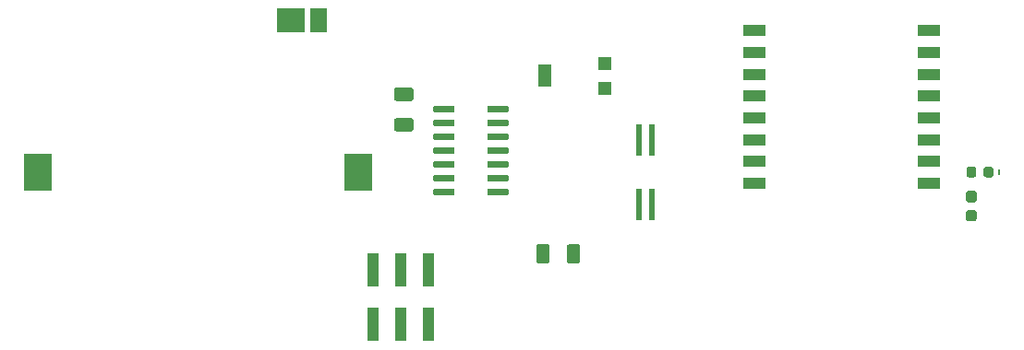
<source format=gtp>
G04 #@! TF.GenerationSoftware,KiCad,Pcbnew,(5.1.2-1)-1*
G04 #@! TF.CreationDate,2019-09-23T09:48:08+02:00*
G04 #@! TF.ProjectId,briefkastensensor,62726965-666b-4617-9374-656e73656e73,rev?*
G04 #@! TF.SameCoordinates,Original*
G04 #@! TF.FileFunction,Paste,Top*
G04 #@! TF.FilePolarity,Positive*
%FSLAX46Y46*%
G04 Gerber Fmt 4.6, Leading zero omitted, Abs format (unit mm)*
G04 Created by KiCad (PCBNEW (5.1.2-1)-1) date 2019-09-23 09:48:08*
%MOMM*%
%LPD*%
G04 APERTURE LIST*
%ADD10R,2.540000X3.510000*%
%ADD11C,0.100000*%
%ADD12C,1.250000*%
%ADD13C,0.950000*%
%ADD14C,0.875000*%
%ADD15R,0.600000X3.000000*%
%ADD16R,0.200000X0.600000*%
%ADD17R,2.000000X1.000000*%
%ADD18C,0.600000*%
%ADD19R,1.000000X3.150000*%
%ADD20R,1.550000X2.200000*%
%ADD21R,2.500000X2.200000*%
%ADD22R,1.300000X1.300000*%
%ADD23R,1.300000X2.000000*%
G04 APERTURE END LIST*
D10*
X105320000Y-87500000D03*
X134680000Y-87500000D03*
D11*
G36*
X154799504Y-94126204D02*
G01*
X154823773Y-94129804D01*
X154847571Y-94135765D01*
X154870671Y-94144030D01*
X154892849Y-94154520D01*
X154913893Y-94167133D01*
X154933598Y-94181747D01*
X154951777Y-94198223D01*
X154968253Y-94216402D01*
X154982867Y-94236107D01*
X154995480Y-94257151D01*
X155005970Y-94279329D01*
X155014235Y-94302429D01*
X155020196Y-94326227D01*
X155023796Y-94350496D01*
X155025000Y-94375000D01*
X155025000Y-95625000D01*
X155023796Y-95649504D01*
X155020196Y-95673773D01*
X155014235Y-95697571D01*
X155005970Y-95720671D01*
X154995480Y-95742849D01*
X154982867Y-95763893D01*
X154968253Y-95783598D01*
X154951777Y-95801777D01*
X154933598Y-95818253D01*
X154913893Y-95832867D01*
X154892849Y-95845480D01*
X154870671Y-95855970D01*
X154847571Y-95864235D01*
X154823773Y-95870196D01*
X154799504Y-95873796D01*
X154775000Y-95875000D01*
X154025000Y-95875000D01*
X154000496Y-95873796D01*
X153976227Y-95870196D01*
X153952429Y-95864235D01*
X153929329Y-95855970D01*
X153907151Y-95845480D01*
X153886107Y-95832867D01*
X153866402Y-95818253D01*
X153848223Y-95801777D01*
X153831747Y-95783598D01*
X153817133Y-95763893D01*
X153804520Y-95742849D01*
X153794030Y-95720671D01*
X153785765Y-95697571D01*
X153779804Y-95673773D01*
X153776204Y-95649504D01*
X153775000Y-95625000D01*
X153775000Y-94375000D01*
X153776204Y-94350496D01*
X153779804Y-94326227D01*
X153785765Y-94302429D01*
X153794030Y-94279329D01*
X153804520Y-94257151D01*
X153817133Y-94236107D01*
X153831747Y-94216402D01*
X153848223Y-94198223D01*
X153866402Y-94181747D01*
X153886107Y-94167133D01*
X153907151Y-94154520D01*
X153929329Y-94144030D01*
X153952429Y-94135765D01*
X153976227Y-94129804D01*
X154000496Y-94126204D01*
X154025000Y-94125000D01*
X154775000Y-94125000D01*
X154799504Y-94126204D01*
X154799504Y-94126204D01*
G37*
D12*
X154400000Y-95000000D03*
D11*
G36*
X151999504Y-94126204D02*
G01*
X152023773Y-94129804D01*
X152047571Y-94135765D01*
X152070671Y-94144030D01*
X152092849Y-94154520D01*
X152113893Y-94167133D01*
X152133598Y-94181747D01*
X152151777Y-94198223D01*
X152168253Y-94216402D01*
X152182867Y-94236107D01*
X152195480Y-94257151D01*
X152205970Y-94279329D01*
X152214235Y-94302429D01*
X152220196Y-94326227D01*
X152223796Y-94350496D01*
X152225000Y-94375000D01*
X152225000Y-95625000D01*
X152223796Y-95649504D01*
X152220196Y-95673773D01*
X152214235Y-95697571D01*
X152205970Y-95720671D01*
X152195480Y-95742849D01*
X152182867Y-95763893D01*
X152168253Y-95783598D01*
X152151777Y-95801777D01*
X152133598Y-95818253D01*
X152113893Y-95832867D01*
X152092849Y-95845480D01*
X152070671Y-95855970D01*
X152047571Y-95864235D01*
X152023773Y-95870196D01*
X151999504Y-95873796D01*
X151975000Y-95875000D01*
X151225000Y-95875000D01*
X151200496Y-95873796D01*
X151176227Y-95870196D01*
X151152429Y-95864235D01*
X151129329Y-95855970D01*
X151107151Y-95845480D01*
X151086107Y-95832867D01*
X151066402Y-95818253D01*
X151048223Y-95801777D01*
X151031747Y-95783598D01*
X151017133Y-95763893D01*
X151004520Y-95742849D01*
X150994030Y-95720671D01*
X150985765Y-95697571D01*
X150979804Y-95673773D01*
X150976204Y-95649504D01*
X150975000Y-95625000D01*
X150975000Y-94375000D01*
X150976204Y-94350496D01*
X150979804Y-94326227D01*
X150985765Y-94302429D01*
X150994030Y-94279329D01*
X151004520Y-94257151D01*
X151017133Y-94236107D01*
X151031747Y-94216402D01*
X151048223Y-94198223D01*
X151066402Y-94181747D01*
X151086107Y-94167133D01*
X151107151Y-94154520D01*
X151129329Y-94144030D01*
X151152429Y-94135765D01*
X151176227Y-94129804D01*
X151200496Y-94126204D01*
X151225000Y-94125000D01*
X151975000Y-94125000D01*
X151999504Y-94126204D01*
X151999504Y-94126204D01*
G37*
D12*
X151600000Y-95000000D03*
D11*
G36*
X139485904Y-79713404D02*
G01*
X139510173Y-79717004D01*
X139533971Y-79722965D01*
X139557071Y-79731230D01*
X139579249Y-79741720D01*
X139600293Y-79754333D01*
X139619998Y-79768947D01*
X139638177Y-79785423D01*
X139654653Y-79803602D01*
X139669267Y-79823307D01*
X139681880Y-79844351D01*
X139692370Y-79866529D01*
X139700635Y-79889629D01*
X139706596Y-79913427D01*
X139710196Y-79937696D01*
X139711400Y-79962200D01*
X139711400Y-80712200D01*
X139710196Y-80736704D01*
X139706596Y-80760973D01*
X139700635Y-80784771D01*
X139692370Y-80807871D01*
X139681880Y-80830049D01*
X139669267Y-80851093D01*
X139654653Y-80870798D01*
X139638177Y-80888977D01*
X139619998Y-80905453D01*
X139600293Y-80920067D01*
X139579249Y-80932680D01*
X139557071Y-80943170D01*
X139533971Y-80951435D01*
X139510173Y-80957396D01*
X139485904Y-80960996D01*
X139461400Y-80962200D01*
X138211400Y-80962200D01*
X138186896Y-80960996D01*
X138162627Y-80957396D01*
X138138829Y-80951435D01*
X138115729Y-80943170D01*
X138093551Y-80932680D01*
X138072507Y-80920067D01*
X138052802Y-80905453D01*
X138034623Y-80888977D01*
X138018147Y-80870798D01*
X138003533Y-80851093D01*
X137990920Y-80830049D01*
X137980430Y-80807871D01*
X137972165Y-80784771D01*
X137966204Y-80760973D01*
X137962604Y-80736704D01*
X137961400Y-80712200D01*
X137961400Y-79962200D01*
X137962604Y-79937696D01*
X137966204Y-79913427D01*
X137972165Y-79889629D01*
X137980430Y-79866529D01*
X137990920Y-79844351D01*
X138003533Y-79823307D01*
X138018147Y-79803602D01*
X138034623Y-79785423D01*
X138052802Y-79768947D01*
X138072507Y-79754333D01*
X138093551Y-79741720D01*
X138115729Y-79731230D01*
X138138829Y-79722965D01*
X138162627Y-79717004D01*
X138186896Y-79713404D01*
X138211400Y-79712200D01*
X139461400Y-79712200D01*
X139485904Y-79713404D01*
X139485904Y-79713404D01*
G37*
D12*
X138836400Y-80337200D03*
D11*
G36*
X139485904Y-82513404D02*
G01*
X139510173Y-82517004D01*
X139533971Y-82522965D01*
X139557071Y-82531230D01*
X139579249Y-82541720D01*
X139600293Y-82554333D01*
X139619998Y-82568947D01*
X139638177Y-82585423D01*
X139654653Y-82603602D01*
X139669267Y-82623307D01*
X139681880Y-82644351D01*
X139692370Y-82666529D01*
X139700635Y-82689629D01*
X139706596Y-82713427D01*
X139710196Y-82737696D01*
X139711400Y-82762200D01*
X139711400Y-83512200D01*
X139710196Y-83536704D01*
X139706596Y-83560973D01*
X139700635Y-83584771D01*
X139692370Y-83607871D01*
X139681880Y-83630049D01*
X139669267Y-83651093D01*
X139654653Y-83670798D01*
X139638177Y-83688977D01*
X139619998Y-83705453D01*
X139600293Y-83720067D01*
X139579249Y-83732680D01*
X139557071Y-83743170D01*
X139533971Y-83751435D01*
X139510173Y-83757396D01*
X139485904Y-83760996D01*
X139461400Y-83762200D01*
X138211400Y-83762200D01*
X138186896Y-83760996D01*
X138162627Y-83757396D01*
X138138829Y-83751435D01*
X138115729Y-83743170D01*
X138093551Y-83732680D01*
X138072507Y-83720067D01*
X138052802Y-83705453D01*
X138034623Y-83688977D01*
X138018147Y-83670798D01*
X138003533Y-83651093D01*
X137990920Y-83630049D01*
X137980430Y-83607871D01*
X137972165Y-83584771D01*
X137966204Y-83560973D01*
X137962604Y-83536704D01*
X137961400Y-83512200D01*
X137961400Y-82762200D01*
X137962604Y-82737696D01*
X137966204Y-82713427D01*
X137972165Y-82689629D01*
X137980430Y-82666529D01*
X137990920Y-82644351D01*
X138003533Y-82623307D01*
X138018147Y-82603602D01*
X138034623Y-82585423D01*
X138052802Y-82568947D01*
X138072507Y-82554333D01*
X138093551Y-82541720D01*
X138115729Y-82531230D01*
X138138829Y-82522965D01*
X138162627Y-82517004D01*
X138186896Y-82513404D01*
X138211400Y-82512200D01*
X139461400Y-82512200D01*
X139485904Y-82513404D01*
X139485904Y-82513404D01*
G37*
D12*
X138836400Y-83137200D03*
D11*
G36*
X191141779Y-90965644D02*
G01*
X191164834Y-90969063D01*
X191187443Y-90974727D01*
X191209387Y-90982579D01*
X191230457Y-90992544D01*
X191250448Y-91004526D01*
X191269168Y-91018410D01*
X191286438Y-91034062D01*
X191302090Y-91051332D01*
X191315974Y-91070052D01*
X191327956Y-91090043D01*
X191337921Y-91111113D01*
X191345773Y-91133057D01*
X191351437Y-91155666D01*
X191354856Y-91178721D01*
X191356000Y-91202000D01*
X191356000Y-91777000D01*
X191354856Y-91800279D01*
X191351437Y-91823334D01*
X191345773Y-91845943D01*
X191337921Y-91867887D01*
X191327956Y-91888957D01*
X191315974Y-91908948D01*
X191302090Y-91927668D01*
X191286438Y-91944938D01*
X191269168Y-91960590D01*
X191250448Y-91974474D01*
X191230457Y-91986456D01*
X191209387Y-91996421D01*
X191187443Y-92004273D01*
X191164834Y-92009937D01*
X191141779Y-92013356D01*
X191118500Y-92014500D01*
X190643500Y-92014500D01*
X190620221Y-92013356D01*
X190597166Y-92009937D01*
X190574557Y-92004273D01*
X190552613Y-91996421D01*
X190531543Y-91986456D01*
X190511552Y-91974474D01*
X190492832Y-91960590D01*
X190475562Y-91944938D01*
X190459910Y-91927668D01*
X190446026Y-91908948D01*
X190434044Y-91888957D01*
X190424079Y-91867887D01*
X190416227Y-91845943D01*
X190410563Y-91823334D01*
X190407144Y-91800279D01*
X190406000Y-91777000D01*
X190406000Y-91202000D01*
X190407144Y-91178721D01*
X190410563Y-91155666D01*
X190416227Y-91133057D01*
X190424079Y-91111113D01*
X190434044Y-91090043D01*
X190446026Y-91070052D01*
X190459910Y-91051332D01*
X190475562Y-91034062D01*
X190492832Y-91018410D01*
X190511552Y-91004526D01*
X190531543Y-90992544D01*
X190552613Y-90982579D01*
X190574557Y-90974727D01*
X190597166Y-90969063D01*
X190620221Y-90965644D01*
X190643500Y-90964500D01*
X191118500Y-90964500D01*
X191141779Y-90965644D01*
X191141779Y-90965644D01*
G37*
D13*
X190881000Y-91489500D03*
D11*
G36*
X191141779Y-89215644D02*
G01*
X191164834Y-89219063D01*
X191187443Y-89224727D01*
X191209387Y-89232579D01*
X191230457Y-89242544D01*
X191250448Y-89254526D01*
X191269168Y-89268410D01*
X191286438Y-89284062D01*
X191302090Y-89301332D01*
X191315974Y-89320052D01*
X191327956Y-89340043D01*
X191337921Y-89361113D01*
X191345773Y-89383057D01*
X191351437Y-89405666D01*
X191354856Y-89428721D01*
X191356000Y-89452000D01*
X191356000Y-90027000D01*
X191354856Y-90050279D01*
X191351437Y-90073334D01*
X191345773Y-90095943D01*
X191337921Y-90117887D01*
X191327956Y-90138957D01*
X191315974Y-90158948D01*
X191302090Y-90177668D01*
X191286438Y-90194938D01*
X191269168Y-90210590D01*
X191250448Y-90224474D01*
X191230457Y-90236456D01*
X191209387Y-90246421D01*
X191187443Y-90254273D01*
X191164834Y-90259937D01*
X191141779Y-90263356D01*
X191118500Y-90264500D01*
X190643500Y-90264500D01*
X190620221Y-90263356D01*
X190597166Y-90259937D01*
X190574557Y-90254273D01*
X190552613Y-90246421D01*
X190531543Y-90236456D01*
X190511552Y-90224474D01*
X190492832Y-90210590D01*
X190475562Y-90194938D01*
X190459910Y-90177668D01*
X190446026Y-90158948D01*
X190434044Y-90138957D01*
X190424079Y-90117887D01*
X190416227Y-90095943D01*
X190410563Y-90073334D01*
X190407144Y-90050279D01*
X190406000Y-90027000D01*
X190406000Y-89452000D01*
X190407144Y-89428721D01*
X190410563Y-89405666D01*
X190416227Y-89383057D01*
X190424079Y-89361113D01*
X190434044Y-89340043D01*
X190446026Y-89320052D01*
X190459910Y-89301332D01*
X190475562Y-89284062D01*
X190492832Y-89268410D01*
X190511552Y-89254526D01*
X190531543Y-89242544D01*
X190552613Y-89232579D01*
X190574557Y-89224727D01*
X190597166Y-89219063D01*
X190620221Y-89215644D01*
X190643500Y-89214500D01*
X191118500Y-89214500D01*
X191141779Y-89215644D01*
X191141779Y-89215644D01*
G37*
D13*
X190881000Y-89739500D03*
D11*
G36*
X191121891Y-87019653D02*
G01*
X191143126Y-87022803D01*
X191163950Y-87028019D01*
X191184162Y-87035251D01*
X191203568Y-87044430D01*
X191221981Y-87055466D01*
X191239224Y-87068254D01*
X191255130Y-87082670D01*
X191269546Y-87098576D01*
X191282334Y-87115819D01*
X191293370Y-87134232D01*
X191302549Y-87153638D01*
X191309781Y-87173850D01*
X191314997Y-87194674D01*
X191318147Y-87215909D01*
X191319200Y-87237350D01*
X191319200Y-87749850D01*
X191318147Y-87771291D01*
X191314997Y-87792526D01*
X191309781Y-87813350D01*
X191302549Y-87833562D01*
X191293370Y-87852968D01*
X191282334Y-87871381D01*
X191269546Y-87888624D01*
X191255130Y-87904530D01*
X191239224Y-87918946D01*
X191221981Y-87931734D01*
X191203568Y-87942770D01*
X191184162Y-87951949D01*
X191163950Y-87959181D01*
X191143126Y-87964397D01*
X191121891Y-87967547D01*
X191100450Y-87968600D01*
X190662950Y-87968600D01*
X190641509Y-87967547D01*
X190620274Y-87964397D01*
X190599450Y-87959181D01*
X190579238Y-87951949D01*
X190559832Y-87942770D01*
X190541419Y-87931734D01*
X190524176Y-87918946D01*
X190508270Y-87904530D01*
X190493854Y-87888624D01*
X190481066Y-87871381D01*
X190470030Y-87852968D01*
X190460851Y-87833562D01*
X190453619Y-87813350D01*
X190448403Y-87792526D01*
X190445253Y-87771291D01*
X190444200Y-87749850D01*
X190444200Y-87237350D01*
X190445253Y-87215909D01*
X190448403Y-87194674D01*
X190453619Y-87173850D01*
X190460851Y-87153638D01*
X190470030Y-87134232D01*
X190481066Y-87115819D01*
X190493854Y-87098576D01*
X190508270Y-87082670D01*
X190524176Y-87068254D01*
X190541419Y-87055466D01*
X190559832Y-87044430D01*
X190579238Y-87035251D01*
X190599450Y-87028019D01*
X190620274Y-87022803D01*
X190641509Y-87019653D01*
X190662950Y-87018600D01*
X191100450Y-87018600D01*
X191121891Y-87019653D01*
X191121891Y-87019653D01*
G37*
D14*
X190881700Y-87493600D03*
D11*
G36*
X192696891Y-87019653D02*
G01*
X192718126Y-87022803D01*
X192738950Y-87028019D01*
X192759162Y-87035251D01*
X192778568Y-87044430D01*
X192796981Y-87055466D01*
X192814224Y-87068254D01*
X192830130Y-87082670D01*
X192844546Y-87098576D01*
X192857334Y-87115819D01*
X192868370Y-87134232D01*
X192877549Y-87153638D01*
X192884781Y-87173850D01*
X192889997Y-87194674D01*
X192893147Y-87215909D01*
X192894200Y-87237350D01*
X192894200Y-87749850D01*
X192893147Y-87771291D01*
X192889997Y-87792526D01*
X192884781Y-87813350D01*
X192877549Y-87833562D01*
X192868370Y-87852968D01*
X192857334Y-87871381D01*
X192844546Y-87888624D01*
X192830130Y-87904530D01*
X192814224Y-87918946D01*
X192796981Y-87931734D01*
X192778568Y-87942770D01*
X192759162Y-87951949D01*
X192738950Y-87959181D01*
X192718126Y-87964397D01*
X192696891Y-87967547D01*
X192675450Y-87968600D01*
X192237950Y-87968600D01*
X192216509Y-87967547D01*
X192195274Y-87964397D01*
X192174450Y-87959181D01*
X192154238Y-87951949D01*
X192134832Y-87942770D01*
X192116419Y-87931734D01*
X192099176Y-87918946D01*
X192083270Y-87904530D01*
X192068854Y-87888624D01*
X192056066Y-87871381D01*
X192045030Y-87852968D01*
X192035851Y-87833562D01*
X192028619Y-87813350D01*
X192023403Y-87792526D01*
X192020253Y-87771291D01*
X192019200Y-87749850D01*
X192019200Y-87237350D01*
X192020253Y-87215909D01*
X192023403Y-87194674D01*
X192028619Y-87173850D01*
X192035851Y-87153638D01*
X192045030Y-87134232D01*
X192056066Y-87115819D01*
X192068854Y-87098576D01*
X192083270Y-87082670D01*
X192099176Y-87068254D01*
X192116419Y-87055466D01*
X192134832Y-87044430D01*
X192154238Y-87035251D01*
X192174450Y-87028019D01*
X192195274Y-87022803D01*
X192216509Y-87019653D01*
X192237950Y-87018600D01*
X192675450Y-87018600D01*
X192696891Y-87019653D01*
X192696891Y-87019653D01*
G37*
D14*
X192456700Y-87493600D03*
D15*
X160400000Y-84500000D03*
X161600000Y-90500000D03*
X161600000Y-84500000D03*
X160400000Y-90500000D03*
D16*
X193400000Y-87500000D03*
D17*
X187000000Y-74500000D03*
X187000000Y-76500000D03*
X187000000Y-78500000D03*
X187000000Y-80500000D03*
X187000000Y-82500000D03*
X187000000Y-84500000D03*
X187000000Y-86500000D03*
X187000000Y-88500000D03*
X171000000Y-88500000D03*
X171000000Y-86500000D03*
X171000000Y-84500000D03*
X171000000Y-82500000D03*
X171000000Y-80500000D03*
X171000000Y-78500000D03*
X171000000Y-76500000D03*
X171000000Y-74500000D03*
D11*
G36*
X148314703Y-81390722D02*
G01*
X148329264Y-81392882D01*
X148343543Y-81396459D01*
X148357403Y-81401418D01*
X148370710Y-81407712D01*
X148383336Y-81415280D01*
X148395159Y-81424048D01*
X148406066Y-81433934D01*
X148415952Y-81444841D01*
X148424720Y-81456664D01*
X148432288Y-81469290D01*
X148438582Y-81482597D01*
X148443541Y-81496457D01*
X148447118Y-81510736D01*
X148449278Y-81525297D01*
X148450000Y-81540000D01*
X148450000Y-81840000D01*
X148449278Y-81854703D01*
X148447118Y-81869264D01*
X148443541Y-81883543D01*
X148438582Y-81897403D01*
X148432288Y-81910710D01*
X148424720Y-81923336D01*
X148415952Y-81935159D01*
X148406066Y-81946066D01*
X148395159Y-81955952D01*
X148383336Y-81964720D01*
X148370710Y-81972288D01*
X148357403Y-81978582D01*
X148343543Y-81983541D01*
X148329264Y-81987118D01*
X148314703Y-81989278D01*
X148300000Y-81990000D01*
X146650000Y-81990000D01*
X146635297Y-81989278D01*
X146620736Y-81987118D01*
X146606457Y-81983541D01*
X146592597Y-81978582D01*
X146579290Y-81972288D01*
X146566664Y-81964720D01*
X146554841Y-81955952D01*
X146543934Y-81946066D01*
X146534048Y-81935159D01*
X146525280Y-81923336D01*
X146517712Y-81910710D01*
X146511418Y-81897403D01*
X146506459Y-81883543D01*
X146502882Y-81869264D01*
X146500722Y-81854703D01*
X146500000Y-81840000D01*
X146500000Y-81540000D01*
X146500722Y-81525297D01*
X146502882Y-81510736D01*
X146506459Y-81496457D01*
X146511418Y-81482597D01*
X146517712Y-81469290D01*
X146525280Y-81456664D01*
X146534048Y-81444841D01*
X146543934Y-81433934D01*
X146554841Y-81424048D01*
X146566664Y-81415280D01*
X146579290Y-81407712D01*
X146592597Y-81401418D01*
X146606457Y-81396459D01*
X146620736Y-81392882D01*
X146635297Y-81390722D01*
X146650000Y-81390000D01*
X148300000Y-81390000D01*
X148314703Y-81390722D01*
X148314703Y-81390722D01*
G37*
D18*
X147475000Y-81690000D03*
D11*
G36*
X148314703Y-82660722D02*
G01*
X148329264Y-82662882D01*
X148343543Y-82666459D01*
X148357403Y-82671418D01*
X148370710Y-82677712D01*
X148383336Y-82685280D01*
X148395159Y-82694048D01*
X148406066Y-82703934D01*
X148415952Y-82714841D01*
X148424720Y-82726664D01*
X148432288Y-82739290D01*
X148438582Y-82752597D01*
X148443541Y-82766457D01*
X148447118Y-82780736D01*
X148449278Y-82795297D01*
X148450000Y-82810000D01*
X148450000Y-83110000D01*
X148449278Y-83124703D01*
X148447118Y-83139264D01*
X148443541Y-83153543D01*
X148438582Y-83167403D01*
X148432288Y-83180710D01*
X148424720Y-83193336D01*
X148415952Y-83205159D01*
X148406066Y-83216066D01*
X148395159Y-83225952D01*
X148383336Y-83234720D01*
X148370710Y-83242288D01*
X148357403Y-83248582D01*
X148343543Y-83253541D01*
X148329264Y-83257118D01*
X148314703Y-83259278D01*
X148300000Y-83260000D01*
X146650000Y-83260000D01*
X146635297Y-83259278D01*
X146620736Y-83257118D01*
X146606457Y-83253541D01*
X146592597Y-83248582D01*
X146579290Y-83242288D01*
X146566664Y-83234720D01*
X146554841Y-83225952D01*
X146543934Y-83216066D01*
X146534048Y-83205159D01*
X146525280Y-83193336D01*
X146517712Y-83180710D01*
X146511418Y-83167403D01*
X146506459Y-83153543D01*
X146502882Y-83139264D01*
X146500722Y-83124703D01*
X146500000Y-83110000D01*
X146500000Y-82810000D01*
X146500722Y-82795297D01*
X146502882Y-82780736D01*
X146506459Y-82766457D01*
X146511418Y-82752597D01*
X146517712Y-82739290D01*
X146525280Y-82726664D01*
X146534048Y-82714841D01*
X146543934Y-82703934D01*
X146554841Y-82694048D01*
X146566664Y-82685280D01*
X146579290Y-82677712D01*
X146592597Y-82671418D01*
X146606457Y-82666459D01*
X146620736Y-82662882D01*
X146635297Y-82660722D01*
X146650000Y-82660000D01*
X148300000Y-82660000D01*
X148314703Y-82660722D01*
X148314703Y-82660722D01*
G37*
D18*
X147475000Y-82960000D03*
D11*
G36*
X148314703Y-83930722D02*
G01*
X148329264Y-83932882D01*
X148343543Y-83936459D01*
X148357403Y-83941418D01*
X148370710Y-83947712D01*
X148383336Y-83955280D01*
X148395159Y-83964048D01*
X148406066Y-83973934D01*
X148415952Y-83984841D01*
X148424720Y-83996664D01*
X148432288Y-84009290D01*
X148438582Y-84022597D01*
X148443541Y-84036457D01*
X148447118Y-84050736D01*
X148449278Y-84065297D01*
X148450000Y-84080000D01*
X148450000Y-84380000D01*
X148449278Y-84394703D01*
X148447118Y-84409264D01*
X148443541Y-84423543D01*
X148438582Y-84437403D01*
X148432288Y-84450710D01*
X148424720Y-84463336D01*
X148415952Y-84475159D01*
X148406066Y-84486066D01*
X148395159Y-84495952D01*
X148383336Y-84504720D01*
X148370710Y-84512288D01*
X148357403Y-84518582D01*
X148343543Y-84523541D01*
X148329264Y-84527118D01*
X148314703Y-84529278D01*
X148300000Y-84530000D01*
X146650000Y-84530000D01*
X146635297Y-84529278D01*
X146620736Y-84527118D01*
X146606457Y-84523541D01*
X146592597Y-84518582D01*
X146579290Y-84512288D01*
X146566664Y-84504720D01*
X146554841Y-84495952D01*
X146543934Y-84486066D01*
X146534048Y-84475159D01*
X146525280Y-84463336D01*
X146517712Y-84450710D01*
X146511418Y-84437403D01*
X146506459Y-84423543D01*
X146502882Y-84409264D01*
X146500722Y-84394703D01*
X146500000Y-84380000D01*
X146500000Y-84080000D01*
X146500722Y-84065297D01*
X146502882Y-84050736D01*
X146506459Y-84036457D01*
X146511418Y-84022597D01*
X146517712Y-84009290D01*
X146525280Y-83996664D01*
X146534048Y-83984841D01*
X146543934Y-83973934D01*
X146554841Y-83964048D01*
X146566664Y-83955280D01*
X146579290Y-83947712D01*
X146592597Y-83941418D01*
X146606457Y-83936459D01*
X146620736Y-83932882D01*
X146635297Y-83930722D01*
X146650000Y-83930000D01*
X148300000Y-83930000D01*
X148314703Y-83930722D01*
X148314703Y-83930722D01*
G37*
D18*
X147475000Y-84230000D03*
D11*
G36*
X148314703Y-85200722D02*
G01*
X148329264Y-85202882D01*
X148343543Y-85206459D01*
X148357403Y-85211418D01*
X148370710Y-85217712D01*
X148383336Y-85225280D01*
X148395159Y-85234048D01*
X148406066Y-85243934D01*
X148415952Y-85254841D01*
X148424720Y-85266664D01*
X148432288Y-85279290D01*
X148438582Y-85292597D01*
X148443541Y-85306457D01*
X148447118Y-85320736D01*
X148449278Y-85335297D01*
X148450000Y-85350000D01*
X148450000Y-85650000D01*
X148449278Y-85664703D01*
X148447118Y-85679264D01*
X148443541Y-85693543D01*
X148438582Y-85707403D01*
X148432288Y-85720710D01*
X148424720Y-85733336D01*
X148415952Y-85745159D01*
X148406066Y-85756066D01*
X148395159Y-85765952D01*
X148383336Y-85774720D01*
X148370710Y-85782288D01*
X148357403Y-85788582D01*
X148343543Y-85793541D01*
X148329264Y-85797118D01*
X148314703Y-85799278D01*
X148300000Y-85800000D01*
X146650000Y-85800000D01*
X146635297Y-85799278D01*
X146620736Y-85797118D01*
X146606457Y-85793541D01*
X146592597Y-85788582D01*
X146579290Y-85782288D01*
X146566664Y-85774720D01*
X146554841Y-85765952D01*
X146543934Y-85756066D01*
X146534048Y-85745159D01*
X146525280Y-85733336D01*
X146517712Y-85720710D01*
X146511418Y-85707403D01*
X146506459Y-85693543D01*
X146502882Y-85679264D01*
X146500722Y-85664703D01*
X146500000Y-85650000D01*
X146500000Y-85350000D01*
X146500722Y-85335297D01*
X146502882Y-85320736D01*
X146506459Y-85306457D01*
X146511418Y-85292597D01*
X146517712Y-85279290D01*
X146525280Y-85266664D01*
X146534048Y-85254841D01*
X146543934Y-85243934D01*
X146554841Y-85234048D01*
X146566664Y-85225280D01*
X146579290Y-85217712D01*
X146592597Y-85211418D01*
X146606457Y-85206459D01*
X146620736Y-85202882D01*
X146635297Y-85200722D01*
X146650000Y-85200000D01*
X148300000Y-85200000D01*
X148314703Y-85200722D01*
X148314703Y-85200722D01*
G37*
D18*
X147475000Y-85500000D03*
D11*
G36*
X148314703Y-86470722D02*
G01*
X148329264Y-86472882D01*
X148343543Y-86476459D01*
X148357403Y-86481418D01*
X148370710Y-86487712D01*
X148383336Y-86495280D01*
X148395159Y-86504048D01*
X148406066Y-86513934D01*
X148415952Y-86524841D01*
X148424720Y-86536664D01*
X148432288Y-86549290D01*
X148438582Y-86562597D01*
X148443541Y-86576457D01*
X148447118Y-86590736D01*
X148449278Y-86605297D01*
X148450000Y-86620000D01*
X148450000Y-86920000D01*
X148449278Y-86934703D01*
X148447118Y-86949264D01*
X148443541Y-86963543D01*
X148438582Y-86977403D01*
X148432288Y-86990710D01*
X148424720Y-87003336D01*
X148415952Y-87015159D01*
X148406066Y-87026066D01*
X148395159Y-87035952D01*
X148383336Y-87044720D01*
X148370710Y-87052288D01*
X148357403Y-87058582D01*
X148343543Y-87063541D01*
X148329264Y-87067118D01*
X148314703Y-87069278D01*
X148300000Y-87070000D01*
X146650000Y-87070000D01*
X146635297Y-87069278D01*
X146620736Y-87067118D01*
X146606457Y-87063541D01*
X146592597Y-87058582D01*
X146579290Y-87052288D01*
X146566664Y-87044720D01*
X146554841Y-87035952D01*
X146543934Y-87026066D01*
X146534048Y-87015159D01*
X146525280Y-87003336D01*
X146517712Y-86990710D01*
X146511418Y-86977403D01*
X146506459Y-86963543D01*
X146502882Y-86949264D01*
X146500722Y-86934703D01*
X146500000Y-86920000D01*
X146500000Y-86620000D01*
X146500722Y-86605297D01*
X146502882Y-86590736D01*
X146506459Y-86576457D01*
X146511418Y-86562597D01*
X146517712Y-86549290D01*
X146525280Y-86536664D01*
X146534048Y-86524841D01*
X146543934Y-86513934D01*
X146554841Y-86504048D01*
X146566664Y-86495280D01*
X146579290Y-86487712D01*
X146592597Y-86481418D01*
X146606457Y-86476459D01*
X146620736Y-86472882D01*
X146635297Y-86470722D01*
X146650000Y-86470000D01*
X148300000Y-86470000D01*
X148314703Y-86470722D01*
X148314703Y-86470722D01*
G37*
D18*
X147475000Y-86770000D03*
D11*
G36*
X148314703Y-87740722D02*
G01*
X148329264Y-87742882D01*
X148343543Y-87746459D01*
X148357403Y-87751418D01*
X148370710Y-87757712D01*
X148383336Y-87765280D01*
X148395159Y-87774048D01*
X148406066Y-87783934D01*
X148415952Y-87794841D01*
X148424720Y-87806664D01*
X148432288Y-87819290D01*
X148438582Y-87832597D01*
X148443541Y-87846457D01*
X148447118Y-87860736D01*
X148449278Y-87875297D01*
X148450000Y-87890000D01*
X148450000Y-88190000D01*
X148449278Y-88204703D01*
X148447118Y-88219264D01*
X148443541Y-88233543D01*
X148438582Y-88247403D01*
X148432288Y-88260710D01*
X148424720Y-88273336D01*
X148415952Y-88285159D01*
X148406066Y-88296066D01*
X148395159Y-88305952D01*
X148383336Y-88314720D01*
X148370710Y-88322288D01*
X148357403Y-88328582D01*
X148343543Y-88333541D01*
X148329264Y-88337118D01*
X148314703Y-88339278D01*
X148300000Y-88340000D01*
X146650000Y-88340000D01*
X146635297Y-88339278D01*
X146620736Y-88337118D01*
X146606457Y-88333541D01*
X146592597Y-88328582D01*
X146579290Y-88322288D01*
X146566664Y-88314720D01*
X146554841Y-88305952D01*
X146543934Y-88296066D01*
X146534048Y-88285159D01*
X146525280Y-88273336D01*
X146517712Y-88260710D01*
X146511418Y-88247403D01*
X146506459Y-88233543D01*
X146502882Y-88219264D01*
X146500722Y-88204703D01*
X146500000Y-88190000D01*
X146500000Y-87890000D01*
X146500722Y-87875297D01*
X146502882Y-87860736D01*
X146506459Y-87846457D01*
X146511418Y-87832597D01*
X146517712Y-87819290D01*
X146525280Y-87806664D01*
X146534048Y-87794841D01*
X146543934Y-87783934D01*
X146554841Y-87774048D01*
X146566664Y-87765280D01*
X146579290Y-87757712D01*
X146592597Y-87751418D01*
X146606457Y-87746459D01*
X146620736Y-87742882D01*
X146635297Y-87740722D01*
X146650000Y-87740000D01*
X148300000Y-87740000D01*
X148314703Y-87740722D01*
X148314703Y-87740722D01*
G37*
D18*
X147475000Y-88040000D03*
D11*
G36*
X148314703Y-89010722D02*
G01*
X148329264Y-89012882D01*
X148343543Y-89016459D01*
X148357403Y-89021418D01*
X148370710Y-89027712D01*
X148383336Y-89035280D01*
X148395159Y-89044048D01*
X148406066Y-89053934D01*
X148415952Y-89064841D01*
X148424720Y-89076664D01*
X148432288Y-89089290D01*
X148438582Y-89102597D01*
X148443541Y-89116457D01*
X148447118Y-89130736D01*
X148449278Y-89145297D01*
X148450000Y-89160000D01*
X148450000Y-89460000D01*
X148449278Y-89474703D01*
X148447118Y-89489264D01*
X148443541Y-89503543D01*
X148438582Y-89517403D01*
X148432288Y-89530710D01*
X148424720Y-89543336D01*
X148415952Y-89555159D01*
X148406066Y-89566066D01*
X148395159Y-89575952D01*
X148383336Y-89584720D01*
X148370710Y-89592288D01*
X148357403Y-89598582D01*
X148343543Y-89603541D01*
X148329264Y-89607118D01*
X148314703Y-89609278D01*
X148300000Y-89610000D01*
X146650000Y-89610000D01*
X146635297Y-89609278D01*
X146620736Y-89607118D01*
X146606457Y-89603541D01*
X146592597Y-89598582D01*
X146579290Y-89592288D01*
X146566664Y-89584720D01*
X146554841Y-89575952D01*
X146543934Y-89566066D01*
X146534048Y-89555159D01*
X146525280Y-89543336D01*
X146517712Y-89530710D01*
X146511418Y-89517403D01*
X146506459Y-89503543D01*
X146502882Y-89489264D01*
X146500722Y-89474703D01*
X146500000Y-89460000D01*
X146500000Y-89160000D01*
X146500722Y-89145297D01*
X146502882Y-89130736D01*
X146506459Y-89116457D01*
X146511418Y-89102597D01*
X146517712Y-89089290D01*
X146525280Y-89076664D01*
X146534048Y-89064841D01*
X146543934Y-89053934D01*
X146554841Y-89044048D01*
X146566664Y-89035280D01*
X146579290Y-89027712D01*
X146592597Y-89021418D01*
X146606457Y-89016459D01*
X146620736Y-89012882D01*
X146635297Y-89010722D01*
X146650000Y-89010000D01*
X148300000Y-89010000D01*
X148314703Y-89010722D01*
X148314703Y-89010722D01*
G37*
D18*
X147475000Y-89310000D03*
D11*
G36*
X143364703Y-89010722D02*
G01*
X143379264Y-89012882D01*
X143393543Y-89016459D01*
X143407403Y-89021418D01*
X143420710Y-89027712D01*
X143433336Y-89035280D01*
X143445159Y-89044048D01*
X143456066Y-89053934D01*
X143465952Y-89064841D01*
X143474720Y-89076664D01*
X143482288Y-89089290D01*
X143488582Y-89102597D01*
X143493541Y-89116457D01*
X143497118Y-89130736D01*
X143499278Y-89145297D01*
X143500000Y-89160000D01*
X143500000Y-89460000D01*
X143499278Y-89474703D01*
X143497118Y-89489264D01*
X143493541Y-89503543D01*
X143488582Y-89517403D01*
X143482288Y-89530710D01*
X143474720Y-89543336D01*
X143465952Y-89555159D01*
X143456066Y-89566066D01*
X143445159Y-89575952D01*
X143433336Y-89584720D01*
X143420710Y-89592288D01*
X143407403Y-89598582D01*
X143393543Y-89603541D01*
X143379264Y-89607118D01*
X143364703Y-89609278D01*
X143350000Y-89610000D01*
X141700000Y-89610000D01*
X141685297Y-89609278D01*
X141670736Y-89607118D01*
X141656457Y-89603541D01*
X141642597Y-89598582D01*
X141629290Y-89592288D01*
X141616664Y-89584720D01*
X141604841Y-89575952D01*
X141593934Y-89566066D01*
X141584048Y-89555159D01*
X141575280Y-89543336D01*
X141567712Y-89530710D01*
X141561418Y-89517403D01*
X141556459Y-89503543D01*
X141552882Y-89489264D01*
X141550722Y-89474703D01*
X141550000Y-89460000D01*
X141550000Y-89160000D01*
X141550722Y-89145297D01*
X141552882Y-89130736D01*
X141556459Y-89116457D01*
X141561418Y-89102597D01*
X141567712Y-89089290D01*
X141575280Y-89076664D01*
X141584048Y-89064841D01*
X141593934Y-89053934D01*
X141604841Y-89044048D01*
X141616664Y-89035280D01*
X141629290Y-89027712D01*
X141642597Y-89021418D01*
X141656457Y-89016459D01*
X141670736Y-89012882D01*
X141685297Y-89010722D01*
X141700000Y-89010000D01*
X143350000Y-89010000D01*
X143364703Y-89010722D01*
X143364703Y-89010722D01*
G37*
D18*
X142525000Y-89310000D03*
D11*
G36*
X143364703Y-87740722D02*
G01*
X143379264Y-87742882D01*
X143393543Y-87746459D01*
X143407403Y-87751418D01*
X143420710Y-87757712D01*
X143433336Y-87765280D01*
X143445159Y-87774048D01*
X143456066Y-87783934D01*
X143465952Y-87794841D01*
X143474720Y-87806664D01*
X143482288Y-87819290D01*
X143488582Y-87832597D01*
X143493541Y-87846457D01*
X143497118Y-87860736D01*
X143499278Y-87875297D01*
X143500000Y-87890000D01*
X143500000Y-88190000D01*
X143499278Y-88204703D01*
X143497118Y-88219264D01*
X143493541Y-88233543D01*
X143488582Y-88247403D01*
X143482288Y-88260710D01*
X143474720Y-88273336D01*
X143465952Y-88285159D01*
X143456066Y-88296066D01*
X143445159Y-88305952D01*
X143433336Y-88314720D01*
X143420710Y-88322288D01*
X143407403Y-88328582D01*
X143393543Y-88333541D01*
X143379264Y-88337118D01*
X143364703Y-88339278D01*
X143350000Y-88340000D01*
X141700000Y-88340000D01*
X141685297Y-88339278D01*
X141670736Y-88337118D01*
X141656457Y-88333541D01*
X141642597Y-88328582D01*
X141629290Y-88322288D01*
X141616664Y-88314720D01*
X141604841Y-88305952D01*
X141593934Y-88296066D01*
X141584048Y-88285159D01*
X141575280Y-88273336D01*
X141567712Y-88260710D01*
X141561418Y-88247403D01*
X141556459Y-88233543D01*
X141552882Y-88219264D01*
X141550722Y-88204703D01*
X141550000Y-88190000D01*
X141550000Y-87890000D01*
X141550722Y-87875297D01*
X141552882Y-87860736D01*
X141556459Y-87846457D01*
X141561418Y-87832597D01*
X141567712Y-87819290D01*
X141575280Y-87806664D01*
X141584048Y-87794841D01*
X141593934Y-87783934D01*
X141604841Y-87774048D01*
X141616664Y-87765280D01*
X141629290Y-87757712D01*
X141642597Y-87751418D01*
X141656457Y-87746459D01*
X141670736Y-87742882D01*
X141685297Y-87740722D01*
X141700000Y-87740000D01*
X143350000Y-87740000D01*
X143364703Y-87740722D01*
X143364703Y-87740722D01*
G37*
D18*
X142525000Y-88040000D03*
D11*
G36*
X143364703Y-86470722D02*
G01*
X143379264Y-86472882D01*
X143393543Y-86476459D01*
X143407403Y-86481418D01*
X143420710Y-86487712D01*
X143433336Y-86495280D01*
X143445159Y-86504048D01*
X143456066Y-86513934D01*
X143465952Y-86524841D01*
X143474720Y-86536664D01*
X143482288Y-86549290D01*
X143488582Y-86562597D01*
X143493541Y-86576457D01*
X143497118Y-86590736D01*
X143499278Y-86605297D01*
X143500000Y-86620000D01*
X143500000Y-86920000D01*
X143499278Y-86934703D01*
X143497118Y-86949264D01*
X143493541Y-86963543D01*
X143488582Y-86977403D01*
X143482288Y-86990710D01*
X143474720Y-87003336D01*
X143465952Y-87015159D01*
X143456066Y-87026066D01*
X143445159Y-87035952D01*
X143433336Y-87044720D01*
X143420710Y-87052288D01*
X143407403Y-87058582D01*
X143393543Y-87063541D01*
X143379264Y-87067118D01*
X143364703Y-87069278D01*
X143350000Y-87070000D01*
X141700000Y-87070000D01*
X141685297Y-87069278D01*
X141670736Y-87067118D01*
X141656457Y-87063541D01*
X141642597Y-87058582D01*
X141629290Y-87052288D01*
X141616664Y-87044720D01*
X141604841Y-87035952D01*
X141593934Y-87026066D01*
X141584048Y-87015159D01*
X141575280Y-87003336D01*
X141567712Y-86990710D01*
X141561418Y-86977403D01*
X141556459Y-86963543D01*
X141552882Y-86949264D01*
X141550722Y-86934703D01*
X141550000Y-86920000D01*
X141550000Y-86620000D01*
X141550722Y-86605297D01*
X141552882Y-86590736D01*
X141556459Y-86576457D01*
X141561418Y-86562597D01*
X141567712Y-86549290D01*
X141575280Y-86536664D01*
X141584048Y-86524841D01*
X141593934Y-86513934D01*
X141604841Y-86504048D01*
X141616664Y-86495280D01*
X141629290Y-86487712D01*
X141642597Y-86481418D01*
X141656457Y-86476459D01*
X141670736Y-86472882D01*
X141685297Y-86470722D01*
X141700000Y-86470000D01*
X143350000Y-86470000D01*
X143364703Y-86470722D01*
X143364703Y-86470722D01*
G37*
D18*
X142525000Y-86770000D03*
D11*
G36*
X143364703Y-85200722D02*
G01*
X143379264Y-85202882D01*
X143393543Y-85206459D01*
X143407403Y-85211418D01*
X143420710Y-85217712D01*
X143433336Y-85225280D01*
X143445159Y-85234048D01*
X143456066Y-85243934D01*
X143465952Y-85254841D01*
X143474720Y-85266664D01*
X143482288Y-85279290D01*
X143488582Y-85292597D01*
X143493541Y-85306457D01*
X143497118Y-85320736D01*
X143499278Y-85335297D01*
X143500000Y-85350000D01*
X143500000Y-85650000D01*
X143499278Y-85664703D01*
X143497118Y-85679264D01*
X143493541Y-85693543D01*
X143488582Y-85707403D01*
X143482288Y-85720710D01*
X143474720Y-85733336D01*
X143465952Y-85745159D01*
X143456066Y-85756066D01*
X143445159Y-85765952D01*
X143433336Y-85774720D01*
X143420710Y-85782288D01*
X143407403Y-85788582D01*
X143393543Y-85793541D01*
X143379264Y-85797118D01*
X143364703Y-85799278D01*
X143350000Y-85800000D01*
X141700000Y-85800000D01*
X141685297Y-85799278D01*
X141670736Y-85797118D01*
X141656457Y-85793541D01*
X141642597Y-85788582D01*
X141629290Y-85782288D01*
X141616664Y-85774720D01*
X141604841Y-85765952D01*
X141593934Y-85756066D01*
X141584048Y-85745159D01*
X141575280Y-85733336D01*
X141567712Y-85720710D01*
X141561418Y-85707403D01*
X141556459Y-85693543D01*
X141552882Y-85679264D01*
X141550722Y-85664703D01*
X141550000Y-85650000D01*
X141550000Y-85350000D01*
X141550722Y-85335297D01*
X141552882Y-85320736D01*
X141556459Y-85306457D01*
X141561418Y-85292597D01*
X141567712Y-85279290D01*
X141575280Y-85266664D01*
X141584048Y-85254841D01*
X141593934Y-85243934D01*
X141604841Y-85234048D01*
X141616664Y-85225280D01*
X141629290Y-85217712D01*
X141642597Y-85211418D01*
X141656457Y-85206459D01*
X141670736Y-85202882D01*
X141685297Y-85200722D01*
X141700000Y-85200000D01*
X143350000Y-85200000D01*
X143364703Y-85200722D01*
X143364703Y-85200722D01*
G37*
D18*
X142525000Y-85500000D03*
D11*
G36*
X143364703Y-83930722D02*
G01*
X143379264Y-83932882D01*
X143393543Y-83936459D01*
X143407403Y-83941418D01*
X143420710Y-83947712D01*
X143433336Y-83955280D01*
X143445159Y-83964048D01*
X143456066Y-83973934D01*
X143465952Y-83984841D01*
X143474720Y-83996664D01*
X143482288Y-84009290D01*
X143488582Y-84022597D01*
X143493541Y-84036457D01*
X143497118Y-84050736D01*
X143499278Y-84065297D01*
X143500000Y-84080000D01*
X143500000Y-84380000D01*
X143499278Y-84394703D01*
X143497118Y-84409264D01*
X143493541Y-84423543D01*
X143488582Y-84437403D01*
X143482288Y-84450710D01*
X143474720Y-84463336D01*
X143465952Y-84475159D01*
X143456066Y-84486066D01*
X143445159Y-84495952D01*
X143433336Y-84504720D01*
X143420710Y-84512288D01*
X143407403Y-84518582D01*
X143393543Y-84523541D01*
X143379264Y-84527118D01*
X143364703Y-84529278D01*
X143350000Y-84530000D01*
X141700000Y-84530000D01*
X141685297Y-84529278D01*
X141670736Y-84527118D01*
X141656457Y-84523541D01*
X141642597Y-84518582D01*
X141629290Y-84512288D01*
X141616664Y-84504720D01*
X141604841Y-84495952D01*
X141593934Y-84486066D01*
X141584048Y-84475159D01*
X141575280Y-84463336D01*
X141567712Y-84450710D01*
X141561418Y-84437403D01*
X141556459Y-84423543D01*
X141552882Y-84409264D01*
X141550722Y-84394703D01*
X141550000Y-84380000D01*
X141550000Y-84080000D01*
X141550722Y-84065297D01*
X141552882Y-84050736D01*
X141556459Y-84036457D01*
X141561418Y-84022597D01*
X141567712Y-84009290D01*
X141575280Y-83996664D01*
X141584048Y-83984841D01*
X141593934Y-83973934D01*
X141604841Y-83964048D01*
X141616664Y-83955280D01*
X141629290Y-83947712D01*
X141642597Y-83941418D01*
X141656457Y-83936459D01*
X141670736Y-83932882D01*
X141685297Y-83930722D01*
X141700000Y-83930000D01*
X143350000Y-83930000D01*
X143364703Y-83930722D01*
X143364703Y-83930722D01*
G37*
D18*
X142525000Y-84230000D03*
D11*
G36*
X143364703Y-82660722D02*
G01*
X143379264Y-82662882D01*
X143393543Y-82666459D01*
X143407403Y-82671418D01*
X143420710Y-82677712D01*
X143433336Y-82685280D01*
X143445159Y-82694048D01*
X143456066Y-82703934D01*
X143465952Y-82714841D01*
X143474720Y-82726664D01*
X143482288Y-82739290D01*
X143488582Y-82752597D01*
X143493541Y-82766457D01*
X143497118Y-82780736D01*
X143499278Y-82795297D01*
X143500000Y-82810000D01*
X143500000Y-83110000D01*
X143499278Y-83124703D01*
X143497118Y-83139264D01*
X143493541Y-83153543D01*
X143488582Y-83167403D01*
X143482288Y-83180710D01*
X143474720Y-83193336D01*
X143465952Y-83205159D01*
X143456066Y-83216066D01*
X143445159Y-83225952D01*
X143433336Y-83234720D01*
X143420710Y-83242288D01*
X143407403Y-83248582D01*
X143393543Y-83253541D01*
X143379264Y-83257118D01*
X143364703Y-83259278D01*
X143350000Y-83260000D01*
X141700000Y-83260000D01*
X141685297Y-83259278D01*
X141670736Y-83257118D01*
X141656457Y-83253541D01*
X141642597Y-83248582D01*
X141629290Y-83242288D01*
X141616664Y-83234720D01*
X141604841Y-83225952D01*
X141593934Y-83216066D01*
X141584048Y-83205159D01*
X141575280Y-83193336D01*
X141567712Y-83180710D01*
X141561418Y-83167403D01*
X141556459Y-83153543D01*
X141552882Y-83139264D01*
X141550722Y-83124703D01*
X141550000Y-83110000D01*
X141550000Y-82810000D01*
X141550722Y-82795297D01*
X141552882Y-82780736D01*
X141556459Y-82766457D01*
X141561418Y-82752597D01*
X141567712Y-82739290D01*
X141575280Y-82726664D01*
X141584048Y-82714841D01*
X141593934Y-82703934D01*
X141604841Y-82694048D01*
X141616664Y-82685280D01*
X141629290Y-82677712D01*
X141642597Y-82671418D01*
X141656457Y-82666459D01*
X141670736Y-82662882D01*
X141685297Y-82660722D01*
X141700000Y-82660000D01*
X143350000Y-82660000D01*
X143364703Y-82660722D01*
X143364703Y-82660722D01*
G37*
D18*
X142525000Y-82960000D03*
D11*
G36*
X143364703Y-81390722D02*
G01*
X143379264Y-81392882D01*
X143393543Y-81396459D01*
X143407403Y-81401418D01*
X143420710Y-81407712D01*
X143433336Y-81415280D01*
X143445159Y-81424048D01*
X143456066Y-81433934D01*
X143465952Y-81444841D01*
X143474720Y-81456664D01*
X143482288Y-81469290D01*
X143488582Y-81482597D01*
X143493541Y-81496457D01*
X143497118Y-81510736D01*
X143499278Y-81525297D01*
X143500000Y-81540000D01*
X143500000Y-81840000D01*
X143499278Y-81854703D01*
X143497118Y-81869264D01*
X143493541Y-81883543D01*
X143488582Y-81897403D01*
X143482288Y-81910710D01*
X143474720Y-81923336D01*
X143465952Y-81935159D01*
X143456066Y-81946066D01*
X143445159Y-81955952D01*
X143433336Y-81964720D01*
X143420710Y-81972288D01*
X143407403Y-81978582D01*
X143393543Y-81983541D01*
X143379264Y-81987118D01*
X143364703Y-81989278D01*
X143350000Y-81990000D01*
X141700000Y-81990000D01*
X141685297Y-81989278D01*
X141670736Y-81987118D01*
X141656457Y-81983541D01*
X141642597Y-81978582D01*
X141629290Y-81972288D01*
X141616664Y-81964720D01*
X141604841Y-81955952D01*
X141593934Y-81946066D01*
X141584048Y-81935159D01*
X141575280Y-81923336D01*
X141567712Y-81910710D01*
X141561418Y-81897403D01*
X141556459Y-81883543D01*
X141552882Y-81869264D01*
X141550722Y-81854703D01*
X141550000Y-81840000D01*
X141550000Y-81540000D01*
X141550722Y-81525297D01*
X141552882Y-81510736D01*
X141556459Y-81496457D01*
X141561418Y-81482597D01*
X141567712Y-81469290D01*
X141575280Y-81456664D01*
X141584048Y-81444841D01*
X141593934Y-81433934D01*
X141604841Y-81424048D01*
X141616664Y-81415280D01*
X141629290Y-81407712D01*
X141642597Y-81401418D01*
X141656457Y-81396459D01*
X141670736Y-81392882D01*
X141685297Y-81390722D01*
X141700000Y-81390000D01*
X143350000Y-81390000D01*
X143364703Y-81390722D01*
X143364703Y-81390722D01*
G37*
D18*
X142525000Y-81690000D03*
D19*
X141080000Y-96450000D03*
X141080000Y-101500000D03*
X138540000Y-96450000D03*
X138540000Y-101500000D03*
X136000000Y-96450000D03*
X136000000Y-101500000D03*
D20*
X131025000Y-73500000D03*
D21*
X128450000Y-73500000D03*
D22*
X157250000Y-77488400D03*
D23*
X151750000Y-78638400D03*
D22*
X157250000Y-79788400D03*
M02*

</source>
